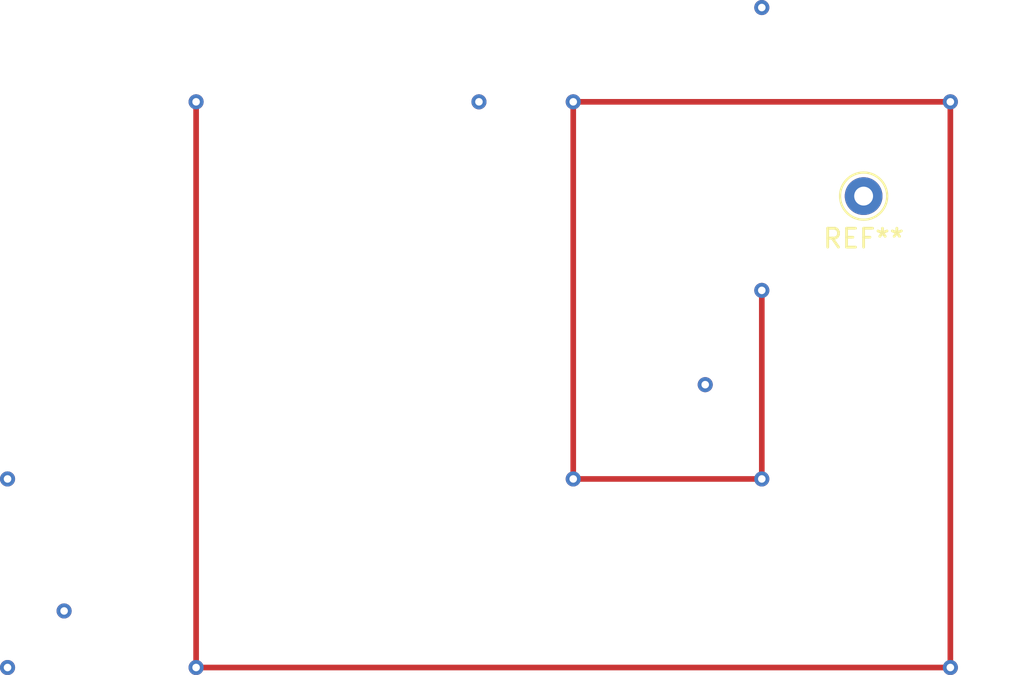
<source format=kicad_pcb>
(kicad_pcb (version 20221018) (generator pcbnew)
  (layers (0 "F.Cu" signal) (31 "B.Cu" signal) (34 "B.Paste" user) (35 "F.Paste" user) (36 "B.SilkS" user "B.Silkscreen") (37 "F.SilkS" user "F.Silkscreen") (38 "B.Mask" user) (39 "F.Mask" user) (44 "Edge.Cuts" user))
  (net 0 "")
  (net 1 "1")
  (net 2 "2")
  (net 3 "3")
  (net 4 "5")
  (footprint "Connector_Pin:Pin_D1.0mm_L10.0mm" (layer "F.Cu") (at 55.4 25)
    (fp_text reference "REF**" (at 0 2.25) (layer "F.SilkS"))
    (fp_text value "Pin_D1.0mm_L10.0mm")
    (fp_circle (center 0 0) (end 1.25 0.05) (stroke (width 0.12)) (fill none) (layer "F.SilkS"))
    (pad "1" thru_hole circle (at 0 0) (size 2 2) (drill 1) (layers "*.Cu" "*.Mask"))
  )
  (via (at 50 15) (size 0.8) (drill 0.4) (layers "F.Cu" "B.Cu") (net 1))
  (via (at 10 40) (size 0.8) (drill 0.4) (layers "F.Cu" "B.Cu") (net 1))
  (via (at 47 35) (size 0.8) (drill 0.4) (layers "F.Cu" "B.Cu") (net 2))
  (via (at 10 50) (size 0.8) (drill 0.4) (layers "F.Cu" "B.Cu") (net 2))
  (via (at 13 47) (size 0.8) (drill 0.4) (layers "F.Cu" "B.Cu") (net 3))
  (via (at 35 20) (size 0.8) (drill 0.4) (layers "F.Cu" "B.Cu") (net 3))
  (segment (start 20 50) (end 60 50) (width 0.3) (layer "F.Cu") (net 4))
  (segment (start 60 20) (end 40 20) (width 0.3) (layer "F.Cu") (net 4))
  (segment (start 40 20) (end 40 40) (width 0.3) (layer "F.Cu") (net 4))
  (segment (start 50 40) (end 50 30) (width 0.3) (layer "F.Cu") (net 4))
  (segment (start 60 50) (end 60 20) (width 0.3) (layer "F.Cu") (net 4))
  (segment (start 20 20) (end 20 50) (width 0.3) (layer "F.Cu") (net 4))
  (segment (start 40 40) (end 50 40) (width 0.3) (layer "F.Cu") (net 4))
  (via (at 20 50) (size 0.8) (drill 0.4) (layers "F.Cu" "B.Cu") (net 4))
  (via (at 20 20) (size 0.8) (drill 0.4) (layers "F.Cu" "B.Cu") (net 4))
  (via (at 40 20) (size 0.8) (drill 0.4) (layers "F.Cu" "B.Cu") (net 4))
  (via (at 60 50) (size 0.8) (drill 0.4) (layers "F.Cu" "B.Cu") (net 4))
  (via (at 50 30) (size 0.8) (drill 0.4) (layers "F.Cu" "B.Cu") (net 4))
  (via (at 40 40) (size 0.8) (drill 0.4) (layers "F.Cu" "B.Cu") (net 4))
  (via (at 60 20) (size 0.8) (drill 0.4) (layers "F.Cu" "B.Cu") (net 4))
  (via (at 50 40) (size 0.8) (drill 0.4) (layers "F.Cu" "B.Cu") (net 4))
)
</source>
